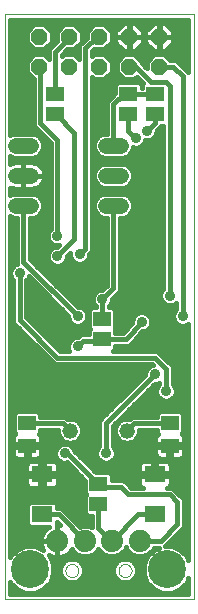
<source format=gbl>
G75*
%MOIN*%
%OFA0B0*%
%FSLAX24Y24*%
%IPPOS*%
%LPD*%
%AMOC8*
5,1,8,0,0,1.08239X$1,22.5*
%
%ADD10C,0.0000*%
%ADD11C,0.0520*%
%ADD12C,0.0520*%
%ADD13R,0.0709X0.0551*%
%ADD14C,0.0740*%
%ADD15C,0.1266*%
%ADD16R,0.0591X0.0512*%
%ADD17OC8,0.0560*%
%ADD18C,0.0160*%
%ADD19C,0.0356*%
D10*
X000980Y006148D02*
X000980Y025648D01*
X007280Y025648D01*
X007280Y006148D01*
X000980Y006148D01*
X003002Y007109D02*
X003004Y007138D01*
X003010Y007166D01*
X003019Y007194D01*
X003032Y007220D01*
X003049Y007243D01*
X003068Y007265D01*
X003090Y007284D01*
X003115Y007299D01*
X003141Y007312D01*
X003169Y007320D01*
X003197Y007325D01*
X003226Y007326D01*
X003255Y007323D01*
X003283Y007316D01*
X003310Y007306D01*
X003336Y007292D01*
X003359Y007275D01*
X003380Y007255D01*
X003398Y007232D01*
X003413Y007207D01*
X003424Y007180D01*
X003432Y007152D01*
X003436Y007123D01*
X003436Y007095D01*
X003432Y007066D01*
X003424Y007038D01*
X003413Y007011D01*
X003398Y006986D01*
X003380Y006963D01*
X003359Y006943D01*
X003336Y006926D01*
X003310Y006912D01*
X003283Y006902D01*
X003255Y006895D01*
X003226Y006892D01*
X003197Y006893D01*
X003169Y006898D01*
X003141Y006906D01*
X003115Y006919D01*
X003090Y006934D01*
X003068Y006953D01*
X003049Y006975D01*
X003032Y006998D01*
X003019Y007024D01*
X003010Y007052D01*
X003004Y007080D01*
X003002Y007109D01*
X004774Y007109D02*
X004776Y007138D01*
X004782Y007166D01*
X004791Y007194D01*
X004804Y007220D01*
X004821Y007243D01*
X004840Y007265D01*
X004862Y007284D01*
X004887Y007299D01*
X004913Y007312D01*
X004941Y007320D01*
X004969Y007325D01*
X004998Y007326D01*
X005027Y007323D01*
X005055Y007316D01*
X005082Y007306D01*
X005108Y007292D01*
X005131Y007275D01*
X005152Y007255D01*
X005170Y007232D01*
X005185Y007207D01*
X005196Y007180D01*
X005204Y007152D01*
X005208Y007123D01*
X005208Y007095D01*
X005204Y007066D01*
X005196Y007038D01*
X005185Y007011D01*
X005170Y006986D01*
X005152Y006963D01*
X005131Y006943D01*
X005108Y006926D01*
X005082Y006912D01*
X005055Y006902D01*
X005027Y006895D01*
X004998Y006892D01*
X004969Y006893D01*
X004941Y006898D01*
X004913Y006906D01*
X004887Y006919D01*
X004862Y006934D01*
X004840Y006953D01*
X004821Y006975D01*
X004804Y006998D01*
X004791Y007024D01*
X004782Y007052D01*
X004776Y007080D01*
X004774Y007109D01*
D11*
X005055Y011773D03*
X003155Y011773D03*
D12*
X004345Y019273D02*
X004865Y019273D01*
X004865Y020273D02*
X004345Y020273D01*
X004345Y021273D02*
X004865Y021273D01*
X001865Y021273D02*
X001345Y021273D01*
X001345Y020273D02*
X001865Y020273D01*
X001865Y019273D02*
X001345Y019273D01*
D13*
X002230Y010317D03*
X002230Y008979D03*
X005980Y008979D03*
X005980Y010317D03*
D14*
X005483Y008093D03*
X004549Y008093D03*
X003661Y008093D03*
X002727Y008093D03*
D15*
X001822Y007148D03*
X006388Y007148D03*
D16*
X006480Y011274D03*
X006480Y012022D03*
X004230Y014813D03*
X004230Y015483D03*
X004105Y009983D03*
X004105Y009313D03*
X001730Y011274D03*
X001730Y012022D03*
X002668Y022313D03*
X002668Y022983D03*
X005105Y022983D03*
X005105Y022313D03*
X005980Y022313D03*
X005980Y022983D03*
D17*
X006130Y023898D03*
X006130Y024898D03*
X005130Y024898D03*
X005130Y023898D03*
X004130Y023898D03*
X004130Y024898D03*
X003130Y024898D03*
X003130Y023898D03*
X002130Y023898D03*
X002130Y024898D03*
D18*
X001900Y024534D02*
X001160Y024534D01*
X001160Y024692D02*
X001742Y024692D01*
X001710Y024724D02*
X001710Y025072D01*
X001956Y025318D01*
X002304Y025318D01*
X002550Y025072D01*
X002550Y024724D01*
X002304Y024478D01*
X001956Y024478D01*
X001710Y024724D01*
X001710Y024851D02*
X001160Y024851D01*
X001160Y025009D02*
X001710Y025009D01*
X001806Y025168D02*
X001160Y025168D01*
X001160Y025326D02*
X004908Y025326D01*
X004939Y025358D02*
X004670Y025088D01*
X004670Y024908D01*
X005120Y024908D01*
X005120Y025358D01*
X004939Y025358D01*
X005120Y025326D02*
X005140Y025326D01*
X005140Y025358D02*
X005321Y025358D01*
X005590Y025088D01*
X005590Y024908D01*
X005140Y024908D01*
X005120Y024908D01*
X005120Y024888D01*
X004670Y024888D01*
X004670Y024707D01*
X004939Y024438D01*
X005120Y024438D01*
X005120Y024888D01*
X005140Y024888D01*
X005140Y024908D01*
X005140Y025358D01*
X005140Y025168D02*
X005120Y025168D01*
X005120Y025009D02*
X005140Y025009D01*
X005140Y024888D02*
X005590Y024888D01*
X005590Y024707D01*
X005321Y024438D01*
X005140Y024438D01*
X005140Y024888D01*
X005140Y024851D02*
X005120Y024851D01*
X005120Y024692D02*
X005140Y024692D01*
X005140Y024534D02*
X005120Y024534D01*
X004956Y024318D02*
X004710Y024072D01*
X004710Y023724D01*
X004956Y023478D01*
X005304Y023478D01*
X005384Y023558D01*
X005595Y023347D01*
X005545Y023296D01*
X005545Y023203D01*
X005540Y023203D01*
X005540Y023296D01*
X005458Y023378D01*
X004752Y023378D01*
X004670Y023296D01*
X004670Y023024D01*
X004514Y022868D01*
X004385Y022739D01*
X004385Y021673D01*
X004265Y021673D01*
X004118Y021612D01*
X004006Y021499D01*
X003945Y021352D01*
X003945Y021193D01*
X004006Y021046D01*
X004118Y020934D01*
X004265Y020873D01*
X004945Y020873D01*
X005092Y020934D01*
X005204Y021046D01*
X005265Y021193D01*
X005265Y021216D01*
X005292Y021205D01*
X005418Y021205D01*
X005535Y021253D01*
X005625Y021343D01*
X005671Y021455D01*
X005793Y021455D01*
X005910Y021503D01*
X006000Y021593D01*
X006048Y021710D01*
X006048Y021780D01*
X006186Y021917D01*
X006260Y021917D01*
X006260Y016503D01*
X006210Y016453D01*
X006162Y016336D01*
X006162Y016210D01*
X006210Y016093D01*
X006300Y016003D01*
X006417Y015955D01*
X006543Y015955D01*
X006660Y016003D01*
X006698Y016040D01*
X006698Y015815D01*
X006648Y015766D01*
X006599Y015649D01*
X006599Y015522D01*
X006648Y015405D01*
X006737Y015316D01*
X006854Y015267D01*
X006981Y015267D01*
X007098Y015316D01*
X007100Y015318D01*
X007100Y007450D01*
X007044Y007586D01*
X006826Y007803D01*
X006542Y007921D01*
X006314Y007921D01*
X006821Y008428D01*
X006950Y008557D01*
X006950Y009489D01*
X006700Y009739D01*
X006571Y009868D01*
X006382Y009868D01*
X006404Y009874D01*
X006445Y009898D01*
X006478Y009931D01*
X006502Y009972D01*
X006514Y010018D01*
X006514Y010259D01*
X006038Y010259D01*
X006038Y010375D01*
X006514Y010375D01*
X006514Y010616D01*
X006502Y010662D01*
X006478Y010703D01*
X006445Y010737D01*
X006404Y010760D01*
X006358Y010773D01*
X006038Y010773D01*
X006038Y010375D01*
X005922Y010375D01*
X005922Y010259D01*
X005446Y010259D01*
X005446Y010018D01*
X005458Y009972D01*
X005482Y009931D01*
X005515Y009898D01*
X005556Y009874D01*
X005578Y009868D01*
X005196Y009868D01*
X005075Y009989D01*
X004946Y010118D01*
X004540Y010118D01*
X004540Y010296D01*
X004458Y010378D01*
X004020Y010378D01*
X003288Y011111D01*
X003250Y011203D01*
X003160Y011293D01*
X003043Y011341D01*
X002917Y011341D01*
X002800Y011293D01*
X002710Y011203D01*
X002662Y011086D01*
X002662Y010960D01*
X002710Y010843D01*
X002800Y010753D01*
X002917Y010705D01*
X003043Y010705D01*
X003063Y010713D01*
X003670Y010107D01*
X003670Y009669D01*
X003690Y009648D01*
X003670Y009627D01*
X003670Y008999D01*
X003752Y008917D01*
X003885Y008917D01*
X003885Y008552D01*
X003763Y008603D01*
X003560Y008603D01*
X003491Y008574D01*
X002867Y009199D01*
X002724Y009199D01*
X002724Y009312D01*
X002642Y009394D01*
X001818Y009394D01*
X001736Y009312D01*
X001736Y008645D01*
X001818Y008563D01*
X002439Y008563D01*
X002369Y008512D01*
X002308Y008451D01*
X002257Y008381D01*
X002217Y008304D01*
X002191Y008222D01*
X002177Y008136D01*
X002177Y008103D01*
X002717Y008103D01*
X002717Y008638D01*
X002724Y008645D01*
X002724Y008719D01*
X002806Y008637D01*
X002770Y008643D01*
X002737Y008643D01*
X002737Y008103D01*
X002717Y008103D01*
X002717Y008083D01*
X002177Y008083D01*
X002177Y008049D01*
X002191Y007964D01*
X002217Y007882D01*
X002257Y007804D01*
X001975Y007921D01*
X001668Y007921D01*
X001384Y007803D01*
X001166Y007586D01*
X001160Y007571D01*
X001160Y018917D01*
X001265Y018873D01*
X001385Y018873D01*
X001385Y017328D01*
X001300Y017293D01*
X001210Y017203D01*
X001162Y017086D01*
X001162Y016960D01*
X001210Y016843D01*
X001260Y016793D01*
X001260Y015369D01*
X001389Y015240D01*
X002639Y013990D01*
X005889Y013990D01*
X005914Y013965D01*
X005800Y013918D01*
X005710Y013828D01*
X005662Y013711D01*
X005662Y013641D01*
X004135Y012114D01*
X004135Y011253D01*
X004085Y011203D01*
X004037Y011086D01*
X004037Y010960D01*
X004085Y010843D01*
X004175Y010753D01*
X004292Y010705D01*
X004418Y010705D01*
X004535Y010753D01*
X004625Y010843D01*
X004673Y010960D01*
X004673Y011086D01*
X004625Y011203D01*
X004575Y011253D01*
X004575Y011932D01*
X005973Y013330D01*
X006043Y013330D01*
X006135Y013368D01*
X006135Y013315D01*
X006085Y013266D01*
X006037Y013149D01*
X006037Y013022D01*
X006085Y012905D01*
X006175Y012816D01*
X006292Y012767D01*
X006418Y012767D01*
X006535Y012816D01*
X006625Y012905D01*
X006673Y013022D01*
X006673Y013149D01*
X006625Y013266D01*
X006575Y013315D01*
X006575Y013927D01*
X006200Y014302D01*
X006071Y014430D01*
X004596Y014430D01*
X004665Y014499D01*
X004665Y014593D01*
X004936Y014593D01*
X004942Y014588D01*
X005027Y014593D01*
X005111Y014593D01*
X005117Y014598D01*
X005124Y014599D01*
X005180Y014662D01*
X005240Y014722D01*
X005240Y014729D01*
X005553Y015080D01*
X005606Y015080D01*
X005723Y015128D01*
X005812Y015218D01*
X005861Y015335D01*
X005861Y015461D01*
X005812Y015578D01*
X005723Y015668D01*
X005606Y015716D01*
X005479Y015716D01*
X005362Y015668D01*
X005273Y015578D01*
X005224Y015461D01*
X005224Y015372D01*
X004922Y015033D01*
X004665Y015033D01*
X004665Y015127D01*
X004645Y015148D01*
X004665Y015169D01*
X004665Y015796D01*
X004583Y015878D01*
X004450Y015878D01*
X004450Y015918D01*
X004500Y015968D01*
X004548Y016085D01*
X004548Y016155D01*
X004696Y016303D01*
X004825Y016432D01*
X004825Y018873D01*
X004945Y018873D01*
X005092Y018934D01*
X005204Y019046D01*
X005265Y019193D01*
X005265Y019352D01*
X005204Y019499D01*
X005092Y019612D01*
X004945Y019673D01*
X004265Y019673D01*
X004118Y019612D01*
X004006Y019499D01*
X003945Y019352D01*
X003945Y019193D01*
X004006Y019046D01*
X004118Y018934D01*
X004265Y018873D01*
X004385Y018873D01*
X004385Y016614D01*
X004237Y016466D01*
X004167Y016466D01*
X004050Y016418D01*
X003960Y016328D01*
X003912Y016211D01*
X003912Y016085D01*
X003960Y015968D01*
X004010Y015918D01*
X004010Y015878D01*
X003877Y015878D01*
X003795Y015796D01*
X003795Y015169D01*
X003815Y015148D01*
X003795Y015127D01*
X003795Y014993D01*
X003514Y014993D01*
X003424Y014903D01*
X003354Y014903D01*
X003237Y014855D01*
X003148Y014766D01*
X003099Y014649D01*
X003099Y014522D01*
X003137Y014430D01*
X002821Y014430D01*
X001700Y015552D01*
X001700Y016793D01*
X001750Y016843D01*
X001779Y016913D01*
X003099Y015592D01*
X003099Y015522D01*
X003148Y015405D01*
X003237Y015316D01*
X003354Y015267D01*
X003481Y015267D01*
X003598Y015316D01*
X003687Y015405D01*
X003736Y015522D01*
X003736Y015649D01*
X003687Y015766D01*
X003598Y015855D01*
X003481Y015903D01*
X003411Y015903D01*
X001825Y017489D01*
X001825Y018873D01*
X001945Y018873D01*
X002092Y018934D01*
X002204Y019046D01*
X002265Y019193D01*
X002265Y019352D01*
X002204Y019499D01*
X002092Y019612D01*
X001945Y019673D01*
X001265Y019673D01*
X001160Y019629D01*
X001160Y019873D01*
X001176Y019865D01*
X001242Y019844D01*
X001310Y019833D01*
X001605Y019833D01*
X001900Y019833D01*
X001968Y019844D01*
X002034Y019865D01*
X002096Y019897D01*
X002152Y019937D01*
X002201Y019986D01*
X002241Y020042D01*
X002273Y020104D01*
X002294Y020170D01*
X002305Y020238D01*
X002305Y020273D01*
X002305Y020308D01*
X002294Y020376D01*
X002273Y020442D01*
X002241Y020503D01*
X002201Y020560D01*
X002152Y020608D01*
X002096Y020649D01*
X002034Y020681D01*
X001968Y020702D01*
X001900Y020713D01*
X001605Y020713D01*
X001310Y020713D01*
X001242Y020702D01*
X001176Y020681D01*
X001160Y020672D01*
X001160Y020917D01*
X001265Y020873D01*
X001945Y020873D01*
X002092Y020934D01*
X002204Y021046D01*
X002265Y021193D01*
X002265Y021352D01*
X002204Y021499D01*
X002092Y021612D01*
X001945Y021673D01*
X001265Y021673D01*
X001160Y021629D01*
X001160Y025468D01*
X007100Y025468D01*
X007100Y023714D01*
X006825Y023989D01*
X006696Y024118D01*
X006504Y024118D01*
X006304Y024318D01*
X005956Y024318D01*
X005710Y024072D01*
X005710Y023854D01*
X005550Y024014D01*
X005550Y024072D01*
X005304Y024318D01*
X004956Y024318D01*
X004855Y024217D02*
X004405Y024217D01*
X004304Y024318D02*
X003956Y024318D01*
X003887Y024249D01*
X003887Y024432D01*
X003945Y024489D01*
X003956Y024478D01*
X004304Y024478D01*
X004550Y024724D01*
X004550Y025072D01*
X004304Y025318D01*
X003956Y025318D01*
X003710Y025072D01*
X003710Y024876D01*
X003576Y024743D01*
X003448Y024614D01*
X003448Y024174D01*
X003304Y024318D01*
X002956Y024318D01*
X002887Y024249D01*
X002887Y024307D01*
X003059Y024478D01*
X003304Y024478D01*
X003550Y024724D01*
X003550Y025072D01*
X003304Y025318D01*
X002956Y025318D01*
X002710Y025072D01*
X002710Y024751D01*
X002448Y024489D01*
X002448Y024174D01*
X002304Y024318D01*
X001956Y024318D01*
X001710Y024072D01*
X001710Y023724D01*
X001948Y023486D01*
X001948Y021932D01*
X002076Y021803D01*
X002510Y021369D01*
X002510Y018503D01*
X002460Y018453D01*
X002412Y018336D01*
X002412Y018210D01*
X002460Y018093D01*
X002550Y018003D01*
X002667Y017955D01*
X002788Y017955D01*
X002737Y017903D01*
X002667Y017903D01*
X002550Y017855D01*
X002460Y017766D01*
X002412Y017649D01*
X002412Y017522D01*
X002460Y017405D01*
X002550Y017316D01*
X002667Y017267D01*
X002793Y017267D01*
X002910Y017316D01*
X003000Y017405D01*
X003048Y017522D01*
X003048Y017592D01*
X003162Y017706D01*
X003162Y017585D01*
X003210Y017468D01*
X003300Y017378D01*
X003417Y017330D01*
X003543Y017330D01*
X003660Y017378D01*
X003750Y017468D01*
X003798Y017585D01*
X003798Y017655D01*
X003887Y017744D01*
X003887Y023546D01*
X003956Y023478D01*
X004304Y023478D01*
X004550Y023724D01*
X004550Y024072D01*
X004304Y024318D01*
X004360Y024534D02*
X004843Y024534D01*
X004685Y024692D02*
X004518Y024692D01*
X004550Y024851D02*
X004670Y024851D01*
X004670Y025009D02*
X004550Y025009D01*
X004454Y025168D02*
X004749Y025168D01*
X004710Y024058D02*
X004550Y024058D01*
X004550Y023900D02*
X004710Y023900D01*
X004710Y023741D02*
X004550Y023741D01*
X004409Y023583D02*
X004851Y023583D01*
X004670Y023266D02*
X003887Y023266D01*
X003887Y023424D02*
X005517Y023424D01*
X005540Y023266D02*
X005545Y023266D01*
X005664Y023900D02*
X005710Y023900D01*
X005710Y024058D02*
X005550Y024058D01*
X005405Y024217D02*
X005855Y024217D01*
X005939Y024438D02*
X006120Y024438D01*
X006120Y024888D01*
X005670Y024888D01*
X005670Y024707D01*
X005939Y024438D01*
X005843Y024534D02*
X005417Y024534D01*
X005575Y024692D02*
X005685Y024692D01*
X005670Y024851D02*
X005590Y024851D01*
X005670Y024908D02*
X005670Y025088D01*
X005939Y025358D01*
X006120Y025358D01*
X006120Y024908D01*
X006140Y024908D01*
X006140Y025358D01*
X006321Y025358D01*
X006590Y025088D01*
X006590Y024908D01*
X006140Y024908D01*
X006140Y024888D01*
X006590Y024888D01*
X006590Y024707D01*
X006321Y024438D01*
X006140Y024438D01*
X006140Y024888D01*
X006120Y024888D01*
X006120Y024908D01*
X005670Y024908D01*
X005670Y025009D02*
X005590Y025009D01*
X005511Y025168D02*
X005749Y025168D01*
X005908Y025326D02*
X005352Y025326D01*
X005355Y023898D02*
X005130Y023898D01*
X005355Y023898D02*
X005855Y023398D01*
X006355Y023398D01*
X006480Y023273D01*
X006480Y016273D01*
X006368Y015975D02*
X004503Y015975D01*
X004548Y016133D02*
X006193Y016133D01*
X006162Y016292D02*
X004685Y016292D01*
X004605Y016523D02*
X004605Y019273D01*
X004385Y018828D02*
X003887Y018828D01*
X003887Y018986D02*
X004066Y018986D01*
X003965Y019145D02*
X003887Y019145D01*
X003887Y019303D02*
X003945Y019303D01*
X003990Y019462D02*
X003887Y019462D01*
X003887Y019620D02*
X004139Y019620D01*
X004265Y019873D02*
X004118Y019934D01*
X004006Y020046D01*
X003945Y020193D01*
X003945Y020352D01*
X004006Y020499D01*
X004118Y020612D01*
X004265Y020673D01*
X004945Y020673D01*
X005092Y020612D01*
X005204Y020499D01*
X005265Y020352D01*
X005265Y020193D01*
X005204Y020046D01*
X005092Y019934D01*
X004945Y019873D01*
X004265Y019873D01*
X004115Y019937D02*
X003887Y019937D01*
X003887Y019779D02*
X006260Y019779D01*
X006260Y019937D02*
X005095Y019937D01*
X005071Y019620D02*
X006260Y019620D01*
X006260Y019462D02*
X005220Y019462D01*
X005265Y019303D02*
X006260Y019303D01*
X006260Y019145D02*
X005245Y019145D01*
X005144Y018986D02*
X006260Y018986D01*
X006260Y018828D02*
X004825Y018828D01*
X004825Y018669D02*
X006260Y018669D01*
X006260Y018511D02*
X004825Y018511D01*
X004825Y018352D02*
X006260Y018352D01*
X006260Y018194D02*
X004825Y018194D01*
X004825Y018035D02*
X006260Y018035D01*
X006260Y017877D02*
X004825Y017877D01*
X004825Y017718D02*
X006260Y017718D01*
X006260Y017560D02*
X004825Y017560D01*
X004825Y017401D02*
X006260Y017401D01*
X006260Y017243D02*
X004825Y017243D01*
X004825Y017084D02*
X006260Y017084D01*
X006260Y016926D02*
X004825Y016926D01*
X004825Y016767D02*
X006260Y016767D01*
X006260Y016609D02*
X004825Y016609D01*
X004825Y016450D02*
X006209Y016450D01*
X006592Y015975D02*
X006698Y015975D01*
X006698Y015816D02*
X004645Y015816D01*
X004665Y015658D02*
X005353Y015658D01*
X005240Y015499D02*
X004665Y015499D01*
X004665Y015341D02*
X005197Y015341D01*
X005055Y015182D02*
X004665Y015182D01*
X004665Y014548D02*
X007100Y014548D01*
X007100Y014390D02*
X006112Y014390D01*
X005980Y014210D02*
X002730Y014210D01*
X001480Y015460D01*
X001480Y017023D01*
X001385Y017401D02*
X001160Y017401D01*
X001160Y017243D02*
X001250Y017243D01*
X001162Y017084D02*
X001160Y017084D01*
X001160Y016926D02*
X001176Y016926D01*
X001160Y016767D02*
X001260Y016767D01*
X001260Y016609D02*
X001160Y016609D01*
X001160Y016450D02*
X001260Y016450D01*
X001260Y016292D02*
X001160Y016292D01*
X001160Y016133D02*
X001260Y016133D01*
X001260Y015975D02*
X001160Y015975D01*
X001160Y015816D02*
X001260Y015816D01*
X001260Y015658D02*
X001160Y015658D01*
X001160Y015499D02*
X001260Y015499D01*
X001288Y015341D02*
X001160Y015341D01*
X001160Y015182D02*
X001447Y015182D01*
X001605Y015024D02*
X001160Y015024D01*
X001160Y014865D02*
X001764Y014865D01*
X001922Y014707D02*
X001160Y014707D01*
X001160Y014548D02*
X002081Y014548D01*
X002239Y014390D02*
X001160Y014390D01*
X001160Y014231D02*
X002398Y014231D01*
X002556Y014073D02*
X001160Y014073D01*
X001160Y013914D02*
X005797Y013914D01*
X005680Y013756D02*
X001160Y013756D01*
X001160Y013597D02*
X005618Y013597D01*
X005460Y013439D02*
X001160Y013439D01*
X001160Y013280D02*
X005301Y013280D01*
X005143Y013122D02*
X001160Y013122D01*
X001160Y012963D02*
X004984Y012963D01*
X004826Y012805D02*
X001160Y012805D01*
X001160Y012646D02*
X004667Y012646D01*
X004509Y012488D02*
X001160Y012488D01*
X001160Y012329D02*
X001295Y012329D01*
X001295Y012336D02*
X001295Y011708D01*
X001327Y011676D01*
X001324Y011674D01*
X001291Y011640D01*
X001267Y011599D01*
X001255Y011553D01*
X001255Y011322D01*
X001682Y011322D01*
X001682Y011226D01*
X001255Y011226D01*
X001255Y010994D01*
X001267Y010948D01*
X001291Y010907D01*
X001324Y010874D01*
X001365Y010850D01*
X001411Y010838D01*
X001682Y010838D01*
X001682Y011226D01*
X001778Y011226D01*
X001778Y011322D01*
X002205Y011322D01*
X002205Y011553D01*
X002193Y011599D01*
X002169Y011640D01*
X002136Y011674D01*
X002133Y011676D01*
X002165Y011708D01*
X002165Y011802D01*
X002755Y011802D01*
X002755Y011693D01*
X002816Y011546D01*
X002928Y011434D01*
X003075Y011373D01*
X003235Y011373D01*
X003382Y011434D01*
X003494Y011546D01*
X003555Y011693D01*
X003555Y011852D01*
X003494Y011999D01*
X003382Y012112D01*
X003235Y012173D01*
X003075Y012173D01*
X003069Y012170D01*
X002997Y012242D01*
X002165Y012242D01*
X002165Y012336D01*
X002083Y012418D01*
X001377Y012418D01*
X001295Y012336D01*
X001295Y012171D02*
X001160Y012171D01*
X001160Y012012D02*
X001295Y012012D01*
X001295Y011854D02*
X001160Y011854D01*
X001160Y011695D02*
X001307Y011695D01*
X001255Y011537D02*
X001160Y011537D01*
X001160Y011378D02*
X001255Y011378D01*
X001255Y011220D02*
X001160Y011220D01*
X001160Y011061D02*
X001255Y011061D01*
X001295Y010903D02*
X001160Y010903D01*
X001160Y010744D02*
X001778Y010744D01*
X001765Y010737D02*
X001732Y010703D01*
X001708Y010662D01*
X001696Y010616D01*
X001696Y010375D01*
X002172Y010375D01*
X002172Y010259D01*
X002288Y010259D01*
X002288Y009862D01*
X002608Y009862D01*
X002654Y009874D01*
X002695Y009898D01*
X002728Y009931D01*
X002752Y009972D01*
X002764Y010018D01*
X002764Y010259D01*
X002288Y010259D01*
X002288Y010375D01*
X002764Y010375D01*
X002764Y010616D01*
X002752Y010662D01*
X002728Y010703D01*
X002695Y010737D01*
X002654Y010760D01*
X002608Y010773D01*
X002288Y010773D01*
X002288Y010375D01*
X002172Y010375D01*
X002172Y010773D01*
X001852Y010773D01*
X001806Y010760D01*
X001765Y010737D01*
X001778Y010838D02*
X002049Y010838D01*
X002095Y010850D01*
X002136Y010874D01*
X002169Y010907D01*
X002193Y010948D01*
X002205Y010994D01*
X002205Y011226D01*
X001778Y011226D01*
X001778Y010838D01*
X001778Y010903D02*
X001682Y010903D01*
X001682Y011061D02*
X001778Y011061D01*
X001778Y011220D02*
X001682Y011220D01*
X001696Y010586D02*
X001160Y010586D01*
X001160Y010427D02*
X001696Y010427D01*
X001696Y010259D02*
X001696Y010018D01*
X001708Y009972D01*
X001732Y009931D01*
X001765Y009898D01*
X001806Y009874D01*
X001852Y009862D01*
X002172Y009862D01*
X002172Y010259D01*
X001696Y010259D01*
X001696Y010110D02*
X001160Y010110D01*
X001160Y009952D02*
X001720Y009952D01*
X001741Y009318D02*
X001160Y009318D01*
X001160Y009476D02*
X003670Y009476D01*
X003670Y009318D02*
X002719Y009318D01*
X002775Y008979D02*
X003661Y008093D01*
X003560Y007583D02*
X003372Y007660D01*
X003229Y007804D01*
X003215Y007838D01*
X003197Y007804D01*
X003147Y007734D01*
X003085Y007673D01*
X003015Y007622D01*
X002938Y007583D01*
X002856Y007556D01*
X002770Y007543D01*
X002737Y007543D01*
X002737Y008083D01*
X002717Y008083D01*
X002717Y007543D01*
X002684Y007543D01*
X002598Y007556D01*
X002516Y007583D01*
X002442Y007621D01*
X002477Y007586D01*
X002595Y007302D01*
X002595Y006994D01*
X002477Y006710D01*
X002259Y006492D01*
X001975Y006375D01*
X001668Y006375D01*
X001384Y006492D01*
X001166Y006710D01*
X001160Y006725D01*
X001160Y006328D01*
X007100Y006328D01*
X007100Y006846D01*
X007044Y006710D01*
X006826Y006492D01*
X006542Y006375D01*
X006235Y006375D01*
X005951Y006492D01*
X005733Y006710D01*
X005615Y006994D01*
X005615Y007302D01*
X005733Y007586D01*
X005951Y007803D01*
X006118Y007873D01*
X005944Y007873D01*
X005915Y007804D01*
X005772Y007660D01*
X005584Y007583D01*
X005382Y007583D01*
X005194Y007660D01*
X005051Y007804D01*
X005016Y007888D01*
X004981Y007804D01*
X004838Y007660D01*
X004650Y007583D01*
X004447Y007583D01*
X004260Y007660D01*
X004116Y007804D01*
X004105Y007831D01*
X004094Y007804D01*
X003950Y007660D01*
X003763Y007583D01*
X003560Y007583D01*
X003444Y007445D02*
X003555Y007333D01*
X003616Y007187D01*
X003616Y007030D01*
X003555Y006884D01*
X003444Y006772D01*
X003298Y006712D01*
X003140Y006712D01*
X002995Y006772D01*
X002883Y006884D01*
X002823Y007030D01*
X002823Y007187D01*
X002883Y007333D01*
X002995Y007445D01*
X003140Y007505D01*
X003298Y007505D01*
X003444Y007445D01*
X003473Y007416D02*
X004737Y007416D01*
X004766Y007445D02*
X004655Y007333D01*
X004594Y007187D01*
X004594Y007030D01*
X004655Y006884D01*
X004766Y006772D01*
X004912Y006712D01*
X005070Y006712D01*
X005215Y006772D01*
X005327Y006884D01*
X005387Y007030D01*
X005387Y007187D01*
X005327Y007333D01*
X005215Y007445D01*
X005070Y007505D01*
X004912Y007505D01*
X004766Y007445D01*
X004631Y006940D02*
X003579Y006940D01*
X003616Y007099D02*
X004594Y007099D01*
X004623Y007257D02*
X003587Y007257D01*
X003453Y006782D02*
X004757Y006782D01*
X004910Y007733D02*
X005122Y007733D01*
X005244Y007416D02*
X005663Y007416D01*
X005615Y007257D02*
X005358Y007257D01*
X005387Y007099D02*
X005615Y007099D01*
X005638Y006940D02*
X005350Y006940D01*
X005225Y006782D02*
X005703Y006782D01*
X005820Y006623D02*
X002390Y006623D01*
X002507Y006782D02*
X002985Y006782D01*
X002860Y006940D02*
X002572Y006940D01*
X002595Y007099D02*
X002823Y007099D01*
X002852Y007257D02*
X002595Y007257D01*
X002547Y007416D02*
X002966Y007416D01*
X002911Y007574D02*
X005728Y007574D01*
X005844Y007733D02*
X005880Y007733D01*
X006175Y008093D02*
X006730Y008648D01*
X006730Y009398D01*
X006480Y009648D01*
X005105Y009648D01*
X004855Y009898D01*
X004190Y009898D01*
X004105Y009983D01*
X003065Y011023D01*
X002980Y011023D01*
X003062Y011378D02*
X002205Y011378D01*
X002205Y011220D02*
X002727Y011220D01*
X002662Y011061D02*
X002205Y011061D01*
X002165Y010903D02*
X002685Y010903D01*
X002682Y010744D02*
X002821Y010744D01*
X002764Y010586D02*
X003191Y010586D01*
X003349Y010427D02*
X002764Y010427D01*
X002764Y010110D02*
X003666Y010110D01*
X003670Y009952D02*
X002740Y009952D01*
X002906Y009159D02*
X003670Y009159D01*
X003670Y009001D02*
X003064Y009001D01*
X003223Y008842D02*
X003885Y008842D01*
X003885Y008684D02*
X003381Y008684D01*
X003300Y007733D02*
X003145Y007733D01*
X002737Y007733D02*
X002717Y007733D01*
X002717Y007891D02*
X002737Y007891D01*
X002737Y008050D02*
X002717Y008050D01*
X002717Y008208D02*
X002737Y008208D01*
X002737Y008367D02*
X002717Y008367D01*
X002717Y008525D02*
X002737Y008525D01*
X002724Y008684D02*
X002759Y008684D01*
X002775Y008979D02*
X002230Y008979D01*
X002387Y008525D02*
X001160Y008525D01*
X001160Y008367D02*
X002249Y008367D01*
X002189Y008208D02*
X001160Y008208D01*
X001160Y008050D02*
X002177Y008050D01*
X002214Y007891D02*
X002047Y007891D01*
X002257Y007804D02*
X002257Y007804D01*
X002482Y007574D02*
X002543Y007574D01*
X002717Y007574D02*
X002737Y007574D01*
X002193Y006465D02*
X006017Y006465D01*
X006175Y008093D02*
X005483Y008093D01*
X005435Y008979D02*
X004549Y008093D01*
X004105Y008536D01*
X004105Y009313D01*
X003971Y010427D02*
X005446Y010427D01*
X005446Y010375D02*
X005446Y010616D01*
X005458Y010662D01*
X005482Y010703D01*
X005515Y010737D01*
X005556Y010760D01*
X005602Y010773D01*
X005922Y010773D01*
X005922Y010375D01*
X005446Y010375D01*
X005446Y010586D02*
X003813Y010586D01*
X003654Y010744D02*
X004196Y010744D01*
X004060Y010903D02*
X003496Y010903D01*
X003337Y011061D02*
X004037Y011061D01*
X004102Y011220D02*
X003233Y011220D01*
X003248Y011378D02*
X004135Y011378D01*
X004135Y011537D02*
X003485Y011537D01*
X003555Y011695D02*
X004135Y011695D01*
X004135Y011854D02*
X003554Y011854D01*
X003481Y012012D02*
X004135Y012012D01*
X004192Y012171D02*
X003239Y012171D01*
X003071Y012171D02*
X003068Y012171D01*
X002906Y012022D02*
X003155Y011773D01*
X002906Y012022D02*
X001730Y012022D01*
X002165Y012329D02*
X004350Y012329D01*
X004355Y012023D02*
X005980Y013648D01*
X005924Y013280D02*
X006100Y013280D01*
X006037Y013122D02*
X005765Y013122D01*
X005607Y012963D02*
X006061Y012963D01*
X006127Y012418D02*
X006045Y012336D01*
X006045Y012242D01*
X005213Y012242D01*
X005141Y012170D01*
X005135Y012173D01*
X004975Y012173D01*
X004828Y012112D01*
X004716Y011999D01*
X004655Y011852D01*
X004655Y011693D01*
X004716Y011546D01*
X004828Y011434D01*
X004975Y011373D01*
X005135Y011373D01*
X005282Y011434D01*
X005394Y011546D01*
X005455Y011693D01*
X005455Y011802D01*
X006045Y011802D01*
X006045Y011708D01*
X006077Y011676D01*
X006074Y011674D01*
X006041Y011640D01*
X006017Y011599D01*
X006005Y011553D01*
X006005Y011322D01*
X006432Y011322D01*
X006432Y011226D01*
X006005Y011226D01*
X006005Y010994D01*
X006017Y010948D01*
X006041Y010907D01*
X006074Y010874D01*
X006115Y010850D01*
X006161Y010838D01*
X006432Y010838D01*
X006432Y011226D01*
X006528Y011226D01*
X006528Y011322D01*
X006955Y011322D01*
X006955Y011553D01*
X006943Y011599D01*
X006919Y011640D01*
X006886Y011674D01*
X006883Y011676D01*
X006915Y011708D01*
X006915Y012336D01*
X006833Y012418D01*
X006127Y012418D01*
X006045Y012329D02*
X004973Y012329D01*
X004971Y012171D02*
X004814Y012171D01*
X004729Y012012D02*
X004656Y012012D01*
X004656Y011854D02*
X004575Y011854D01*
X004575Y011695D02*
X004655Y011695D01*
X004725Y011537D02*
X004575Y011537D01*
X004575Y011378D02*
X004962Y011378D01*
X005055Y011773D02*
X005304Y012022D01*
X006480Y012022D01*
X006509Y012805D02*
X007100Y012805D01*
X007100Y012963D02*
X006649Y012963D01*
X006673Y013122D02*
X007100Y013122D01*
X007100Y013280D02*
X006610Y013280D01*
X006575Y013439D02*
X007100Y013439D01*
X007100Y013597D02*
X006575Y013597D01*
X006575Y013756D02*
X007100Y013756D01*
X007100Y013914D02*
X006575Y013914D01*
X006429Y014073D02*
X007100Y014073D01*
X007100Y014231D02*
X006270Y014231D01*
X005980Y014210D02*
X006355Y013835D01*
X006355Y013085D01*
X006201Y012805D02*
X005448Y012805D01*
X005290Y012646D02*
X007100Y012646D01*
X007100Y012488D02*
X005131Y012488D01*
X005139Y012171D02*
X005142Y012171D01*
X005385Y011537D02*
X006005Y011537D01*
X006005Y011378D02*
X005148Y011378D01*
X005455Y011695D02*
X006057Y011695D01*
X006005Y011220D02*
X004608Y011220D01*
X004673Y011061D02*
X006005Y011061D01*
X006045Y010903D02*
X004650Y010903D01*
X004514Y010744D02*
X005528Y010744D01*
X005446Y010110D02*
X004954Y010110D01*
X005112Y009952D02*
X005470Y009952D01*
X005435Y008979D02*
X005980Y008979D01*
X005922Y010269D02*
X004540Y010269D01*
X004355Y011023D02*
X004355Y012023D01*
X003670Y009793D02*
X001160Y009793D01*
X001160Y009635D02*
X003677Y009635D01*
X003508Y010269D02*
X002288Y010269D01*
X002172Y010269D02*
X001160Y010269D01*
X001160Y009159D02*
X001736Y009159D01*
X001736Y009001D02*
X001160Y009001D01*
X001160Y008842D02*
X001736Y008842D01*
X001736Y008684D02*
X001160Y008684D01*
X001160Y007891D02*
X001596Y007891D01*
X001313Y007733D02*
X001160Y007733D01*
X001160Y007574D02*
X001161Y007574D01*
X001160Y006623D02*
X001253Y006623D01*
X001160Y006465D02*
X001450Y006465D01*
X002172Y009952D02*
X002288Y009952D01*
X002288Y010110D02*
X002172Y010110D01*
X002172Y010427D02*
X002288Y010427D01*
X002288Y010586D02*
X002172Y010586D01*
X002172Y010744D02*
X002288Y010744D01*
X002205Y011537D02*
X002825Y011537D01*
X002755Y011695D02*
X002153Y011695D01*
X002703Y014548D02*
X003099Y014548D01*
X003124Y014707D02*
X002545Y014707D01*
X002386Y014865D02*
X003262Y014865D01*
X003418Y014585D02*
X003605Y014773D01*
X004190Y014773D01*
X004230Y014813D01*
X005020Y014813D01*
X005543Y015398D01*
X005503Y015024D02*
X007100Y015024D01*
X007100Y015182D02*
X005777Y015182D01*
X005861Y015341D02*
X006712Y015341D01*
X006609Y015499D02*
X005845Y015499D01*
X005732Y015658D02*
X006603Y015658D01*
X006918Y015585D02*
X006918Y023585D01*
X006605Y023898D01*
X006130Y023898D01*
X006405Y024217D02*
X007100Y024217D01*
X007100Y024375D02*
X003887Y024375D01*
X003668Y024523D02*
X004043Y024898D01*
X004130Y024898D01*
X003806Y025168D02*
X003454Y025168D01*
X003550Y025009D02*
X003710Y025009D01*
X003684Y024851D02*
X003550Y024851D01*
X003526Y024692D02*
X003518Y024692D01*
X003448Y024534D02*
X003360Y024534D01*
X003448Y024375D02*
X002956Y024375D01*
X002668Y024398D02*
X003130Y024860D01*
X003130Y024898D01*
X002806Y025168D02*
X002454Y025168D01*
X002550Y025009D02*
X002710Y025009D01*
X002710Y024851D02*
X002550Y024851D01*
X002518Y024692D02*
X002651Y024692D01*
X002668Y024398D02*
X002668Y022983D01*
X002668Y022313D02*
X002690Y022313D01*
X003293Y021710D01*
X003293Y018148D01*
X002730Y017585D01*
X002603Y017877D02*
X001825Y017877D01*
X001825Y018035D02*
X002518Y018035D01*
X002418Y018194D02*
X001825Y018194D01*
X001825Y018352D02*
X002419Y018352D01*
X002510Y018511D02*
X001825Y018511D01*
X001825Y018669D02*
X002510Y018669D01*
X002510Y018828D02*
X001825Y018828D01*
X002144Y018986D02*
X002510Y018986D01*
X002510Y019145D02*
X002245Y019145D01*
X002265Y019303D02*
X002510Y019303D01*
X002510Y019462D02*
X002220Y019462D01*
X002071Y019620D02*
X002510Y019620D01*
X002510Y019779D02*
X001160Y019779D01*
X001160Y020730D02*
X002510Y020730D01*
X002510Y020888D02*
X001982Y020888D01*
X002204Y021047D02*
X002510Y021047D01*
X002510Y021205D02*
X002265Y021205D01*
X002260Y021364D02*
X002510Y021364D01*
X002357Y021522D02*
X002181Y021522D01*
X002198Y021681D02*
X001160Y021681D01*
X001160Y021839D02*
X002040Y021839D01*
X001948Y021998D02*
X001160Y021998D01*
X001160Y022156D02*
X001948Y022156D01*
X001948Y022315D02*
X001160Y022315D01*
X001160Y022473D02*
X001948Y022473D01*
X001948Y022632D02*
X001160Y022632D01*
X001160Y022790D02*
X001948Y022790D01*
X001948Y022949D02*
X001160Y022949D01*
X001160Y023107D02*
X001948Y023107D01*
X001948Y023266D02*
X001160Y023266D01*
X001160Y023424D02*
X001948Y023424D01*
X001851Y023583D02*
X001160Y023583D01*
X001160Y023741D02*
X001710Y023741D01*
X001710Y023900D02*
X001160Y023900D01*
X001160Y024058D02*
X001710Y024058D01*
X001855Y024217D02*
X001160Y024217D01*
X001160Y024375D02*
X002448Y024375D01*
X002448Y024217D02*
X002405Y024217D01*
X002360Y024534D02*
X002492Y024534D01*
X002130Y023898D02*
X002168Y023860D01*
X002168Y022023D01*
X002730Y021460D01*
X002730Y018273D01*
X003048Y017560D02*
X003172Y017560D01*
X003277Y017401D02*
X002996Y017401D01*
X002864Y016450D02*
X004129Y016450D01*
X003945Y016292D02*
X003022Y016292D01*
X003181Y016133D02*
X003912Y016133D01*
X003957Y015975D02*
X003339Y015975D01*
X003418Y015585D02*
X001605Y017398D01*
X001605Y019273D01*
X001605Y019833D02*
X001605Y020273D01*
X001605Y020713D01*
X001605Y020273D01*
X001605Y020273D01*
X002305Y020273D01*
X001605Y020273D01*
X001605Y020273D01*
X001605Y020273D01*
X001605Y019833D01*
X001605Y019937D02*
X001605Y019937D01*
X001605Y020096D02*
X001605Y020096D01*
X001605Y020254D02*
X001605Y020254D01*
X001605Y020413D02*
X001605Y020413D01*
X001605Y020571D02*
X001605Y020571D01*
X001228Y020888D02*
X001160Y020888D01*
X001160Y018828D02*
X001385Y018828D01*
X001385Y018669D02*
X001160Y018669D01*
X001160Y018511D02*
X001385Y018511D01*
X001385Y018352D02*
X001160Y018352D01*
X001160Y018194D02*
X001385Y018194D01*
X001385Y018035D02*
X001160Y018035D01*
X001160Y017877D02*
X001385Y017877D01*
X001385Y017718D02*
X001160Y017718D01*
X001160Y017560D02*
X001385Y017560D01*
X001700Y016767D02*
X001924Y016767D01*
X002083Y016609D02*
X001700Y016609D01*
X001700Y016450D02*
X002241Y016450D01*
X002388Y016926D02*
X004385Y016926D01*
X004385Y017084D02*
X002230Y017084D01*
X002071Y017243D02*
X004385Y017243D01*
X004385Y017401D02*
X003683Y017401D01*
X003788Y017560D02*
X004385Y017560D01*
X004385Y017718D02*
X003862Y017718D01*
X003887Y017877D02*
X004385Y017877D01*
X004385Y018035D02*
X003887Y018035D01*
X003887Y018194D02*
X004385Y018194D01*
X004385Y018352D02*
X003887Y018352D01*
X003887Y018511D02*
X004385Y018511D01*
X004385Y018669D02*
X003887Y018669D01*
X003668Y017835D02*
X003480Y017648D01*
X003668Y017835D02*
X003668Y024523D01*
X003448Y024217D02*
X003405Y024217D01*
X003887Y023107D02*
X004670Y023107D01*
X004595Y022949D02*
X003887Y022949D01*
X003887Y022790D02*
X004436Y022790D01*
X004385Y022632D02*
X003887Y022632D01*
X003887Y022473D02*
X004385Y022473D01*
X004385Y022315D02*
X003887Y022315D01*
X003887Y022156D02*
X004385Y022156D01*
X004385Y021998D02*
X003887Y021998D01*
X003887Y021839D02*
X004385Y021839D01*
X004385Y021681D02*
X003887Y021681D01*
X003887Y021522D02*
X004029Y021522D01*
X003950Y021364D02*
X003887Y021364D01*
X003887Y021205D02*
X003945Y021205D01*
X003887Y021047D02*
X004006Y021047D01*
X003887Y020888D02*
X004228Y020888D01*
X004078Y020571D02*
X003887Y020571D01*
X003887Y020413D02*
X003970Y020413D01*
X003945Y020254D02*
X003887Y020254D01*
X003887Y020096D02*
X003985Y020096D01*
X003887Y020730D02*
X006260Y020730D01*
X006260Y020888D02*
X004982Y020888D01*
X005132Y020571D02*
X006260Y020571D01*
X006260Y020413D02*
X005240Y020413D01*
X005265Y020254D02*
X006260Y020254D01*
X006260Y020096D02*
X005225Y020096D01*
X005204Y021047D02*
X006260Y021047D01*
X006260Y021205D02*
X005420Y021205D01*
X005290Y021205D02*
X005265Y021205D01*
X005355Y021523D02*
X005105Y021773D01*
X005105Y022313D01*
X004605Y022648D02*
X004940Y022983D01*
X005105Y022983D01*
X005980Y022983D01*
X005980Y022313D02*
X005980Y022023D01*
X005730Y021773D01*
X005633Y021364D02*
X006260Y021364D01*
X006260Y021522D02*
X005929Y021522D01*
X006036Y021681D02*
X006260Y021681D01*
X006260Y021839D02*
X006108Y021839D01*
X006756Y024058D02*
X007100Y024058D01*
X007100Y023900D02*
X006914Y023900D01*
X007073Y023741D02*
X007100Y023741D01*
X007100Y024534D02*
X006417Y024534D01*
X006575Y024692D02*
X007100Y024692D01*
X007100Y024851D02*
X006590Y024851D01*
X006590Y025009D02*
X007100Y025009D01*
X007100Y025168D02*
X006511Y025168D01*
X006352Y025326D02*
X007100Y025326D01*
X006140Y025326D02*
X006120Y025326D01*
X006120Y025168D02*
X006140Y025168D01*
X006140Y025009D02*
X006120Y025009D01*
X006120Y024851D02*
X006140Y024851D01*
X006140Y024692D02*
X006120Y024692D01*
X006120Y024534D02*
X006140Y024534D01*
X004605Y022648D02*
X004605Y021273D01*
X004385Y016767D02*
X002547Y016767D01*
X002705Y016609D02*
X004380Y016609D01*
X004605Y016523D02*
X004230Y016148D01*
X004230Y015483D01*
X003815Y015816D02*
X003636Y015816D01*
X003732Y015658D02*
X003795Y015658D01*
X003795Y015499D02*
X003726Y015499D01*
X003795Y015341D02*
X003623Y015341D01*
X003795Y015182D02*
X002069Y015182D01*
X002228Y015024D02*
X003795Y015024D01*
X003212Y015341D02*
X001911Y015341D01*
X001752Y015499D02*
X003109Y015499D01*
X003034Y015658D02*
X001700Y015658D01*
X001700Y015816D02*
X002875Y015816D01*
X002717Y015975D02*
X001700Y015975D01*
X001700Y016133D02*
X002558Y016133D01*
X002400Y016292D02*
X001700Y016292D01*
X001913Y017401D02*
X002464Y017401D01*
X002412Y017560D02*
X001825Y017560D01*
X001825Y017718D02*
X002441Y017718D01*
X002510Y019937D02*
X002152Y019937D01*
X002269Y020096D02*
X002510Y020096D01*
X002510Y020254D02*
X002305Y020254D01*
X002282Y020413D02*
X002510Y020413D01*
X002510Y020571D02*
X002189Y020571D01*
X005225Y014707D02*
X007100Y014707D01*
X007100Y014865D02*
X005362Y014865D01*
X006432Y011220D02*
X006528Y011220D01*
X006528Y011226D02*
X006528Y010838D01*
X006799Y010838D01*
X006845Y010850D01*
X006886Y010874D01*
X006919Y010907D01*
X006943Y010948D01*
X006955Y010994D01*
X006955Y011226D01*
X006528Y011226D01*
X006528Y011061D02*
X006432Y011061D01*
X006432Y010903D02*
X006528Y010903D01*
X006514Y010586D02*
X007100Y010586D01*
X007100Y010744D02*
X006432Y010744D01*
X006514Y010427D02*
X007100Y010427D01*
X007100Y010269D02*
X006038Y010269D01*
X006038Y010427D02*
X005922Y010427D01*
X005922Y010586D02*
X006038Y010586D01*
X006038Y010744D02*
X005922Y010744D01*
X006514Y010110D02*
X007100Y010110D01*
X007100Y009952D02*
X006490Y009952D01*
X006646Y009793D02*
X007100Y009793D01*
X007100Y009635D02*
X006804Y009635D01*
X006950Y009476D02*
X007100Y009476D01*
X007100Y009318D02*
X006950Y009318D01*
X006950Y009159D02*
X007100Y009159D01*
X007100Y009001D02*
X006950Y009001D01*
X006950Y008842D02*
X007100Y008842D01*
X007100Y008684D02*
X006950Y008684D01*
X006919Y008525D02*
X007100Y008525D01*
X007100Y008367D02*
X006760Y008367D01*
X006602Y008208D02*
X007100Y008208D01*
X007100Y008050D02*
X006443Y008050D01*
X006614Y007891D02*
X007100Y007891D01*
X007100Y007733D02*
X006897Y007733D01*
X007049Y007574D02*
X007100Y007574D01*
X007074Y006782D02*
X007100Y006782D01*
X007100Y006623D02*
X006957Y006623D01*
X007100Y006465D02*
X006760Y006465D01*
X006915Y010903D02*
X007100Y010903D01*
X007100Y011061D02*
X006955Y011061D01*
X006955Y011220D02*
X007100Y011220D01*
X007100Y011378D02*
X006955Y011378D01*
X006955Y011537D02*
X007100Y011537D01*
X007100Y011695D02*
X006903Y011695D01*
X006915Y011854D02*
X007100Y011854D01*
X007100Y012012D02*
X006915Y012012D01*
X006915Y012171D02*
X007100Y012171D01*
X007100Y012329D02*
X006915Y012329D01*
X004187Y007733D02*
X004023Y007733D01*
D19*
X004105Y006710D03*
X004355Y011023D03*
X003855Y011773D03*
X004230Y013710D03*
X004230Y016148D03*
X004230Y018148D03*
X003480Y017648D03*
X003418Y015585D03*
X003418Y014585D03*
X002730Y017585D03*
X002730Y018273D03*
X001480Y017023D03*
X001293Y014523D03*
X002980Y011023D03*
X005543Y015398D03*
X005980Y013648D03*
X006355Y013085D03*
X006918Y014523D03*
X006918Y015585D03*
X006480Y016273D03*
X005355Y021523D03*
X005730Y021773D03*
X006668Y010335D03*
M02*

</source>
